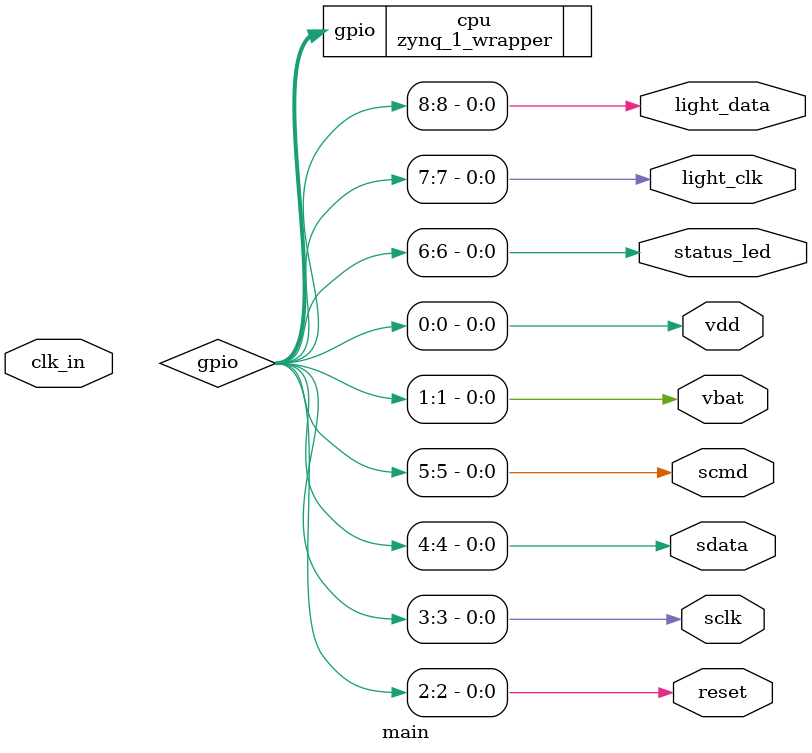
<source format=v>
`timescale 1ns / 1ns


module main (

    // Clk Input
    input clk_in,

    // Data Pins
    output reset,
    output sclk, // Half the speed of data_clk, a 20,000th the speed of clk
    output sdata,
    output scmd,

    // Power Pins
    output vbat,
    output vdd,
    
    // LED String Data Pins
    output status_led,
    output light_clk,
    output light_data
    );
    
    // GPIO OUT MAP
    // 0 - VDD
    // 1 - VBAT
    // 2 - RESET
    // 3 - SCLK
    // 4 - SDATA
    // 5 - SCMD
    
    wire [31 : 0] gpio;
    zynq_1_wrapper cpu(.gpio(gpio));
    
    assign vdd = gpio[0];
    assign vbat = gpio[1];
    assign reset = gpio[2];
    assign sclk = gpio[3];
    assign sdata = gpio[4];
    assign scmd = gpio[5];
    assign status_led = gpio[6];
    assign light_clk = gpio[7];
    assign light_data = gpio[8];
    
    wire clk;
    IBUFG clk_buf(.I(clk_in), .O(clk)); // Clock Buffer Conversion
    
endmodule

</source>
